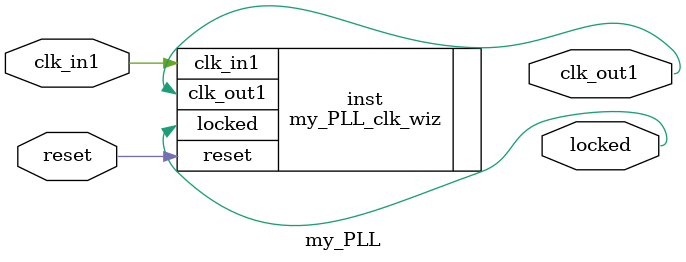
<source format=v>


`timescale 1ps/1ps

(* CORE_GENERATION_INFO = "my_PLL,clk_wiz_v6_0_2_0_0,{component_name=my_PLL,use_phase_alignment=true,use_min_o_jitter=false,use_max_i_jitter=false,use_dyn_phase_shift=false,use_inclk_switchover=false,use_dyn_reconfig=false,enable_axi=0,feedback_source=FDBK_AUTO,PRIMITIVE=PLL,num_out_clk=1,clkin1_period=20.000,clkin2_period=10.000,use_power_down=false,use_reset=true,use_locked=true,use_inclk_stopped=false,feedback_type=SINGLE,CLOCK_MGR_TYPE=NA,manual_override=false}" *)

module my_PLL 
 (
  // Clock out ports
  output        clk_out1,
  // Status and control signals
  input         reset,
  output        locked,
 // Clock in ports
  input         clk_in1
 );

  my_PLL_clk_wiz inst
  (
  // Clock out ports  
  .clk_out1(clk_out1),
  // Status and control signals               
  .reset(reset), 
  .locked(locked),
 // Clock in ports
  .clk_in1(clk_in1)
  );

endmodule

</source>
